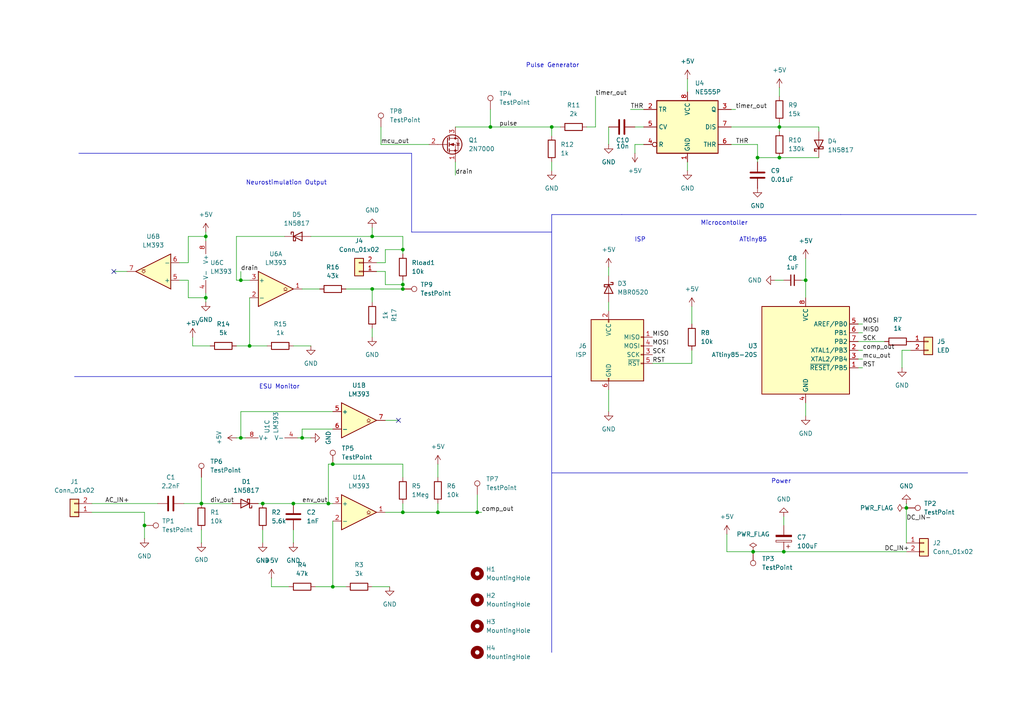
<source format=kicad_sch>
(kicad_sch (version 20250114) (generator "eeschema") (generator_version "9.0")
  (paper "A4")
  (lib_symbols
    (symbol "Comparator:LM393" (pin_names (offset 0.127))
      (property "Reference" "U" (at 3.81 3.81 0))
      (property "Value" "LM393" (at 6.35 -3.81 0))
      (symbol "LM393_1_1"
        (polyline (pts (xy -5.08 5.08) (xy 5.08 0) (xy -5.08 -5.08) (xy -5.08 5.08)) (stroke (width 0.254)) (fill (type background)))
        (polyline (pts (xy 3.302 -0.508) (xy 2.794 -0.508) (xy 3.302 0) (xy 2.794 0.508) (xy 2.286 0) (xy 2.794 -0.508) (xy 2.286 -0.508)) (stroke (width 0.127)))
        (pin input line (at -7.62 2.54 0) (length 2.54) (name "+") (number "3"))
        (pin input line (at -7.62 -2.54 0) (length 2.54) (name "-") (number "2"))
        (pin open_collector line (at 7.62 0 180) (length 2.54) (name "~") (number "1"))
      )
      (symbol "LM393_2_1"
        (polyline (pts (xy -5.08 5.08) (xy 5.08 0) (xy -5.08 -5.08) (xy -5.08 5.08)) (stroke (width 0.254)) (fill (type background)))
        (polyline (pts (xy 3.302 -0.508) (xy 2.794 -0.508) (xy 3.302 0) (xy 2.794 0.508) (xy 2.286 0) (xy 2.794 -0.508) (xy 2.286 -0.508)) (stroke (width 0.127)))
        (pin input line (at -7.62 2.54 0) (length 2.54) (name "+") (number "5"))
        (pin input line (at -7.62 -2.54 0) (length 2.54) (name "-") (number "6"))
        (pin open_collector line (at 7.62 0 180) (length 2.54) (name "~") (number "7"))
      )
      (symbol "LM393_3_1"
        (pin power_in line (at -2.54 7.62 270) (length 3.81) (name "V+") (number "8"))
        (pin power_in line (at -2.54 -7.62 90) (length 3.81) (name "V-") (number "4"))
      )
    )
    (symbol "Connector:AVR-ISP-6" (pin_names (offset 1.016))
      (property "Reference" "J" (at -6.35 11.43 0))
      (property "Value" "AVR-ISP-6" (at 0 11.43 0))
      (symbol "AVR-ISP-6_0_1"
        (rectangle (start -2.667 10.16) (end -2.413 9.398))
        (rectangle (start -2.667 -6.858) (end -2.413 -7.62))
        (rectangle (start 7.62 10.16) (end -7.62 -7.62) (stroke (width 0.254)) (fill (type background)))
        (rectangle (start 7.62 5.207) (end 6.858 4.953))
        (rectangle (start 7.62 2.667) (end 6.858 2.413))
        (rectangle (start 7.62 0.127) (end 6.858 -0.127))
        (rectangle (start 7.62 -2.413) (end 6.858 -2.667))
      )
      (symbol "AVR-ISP-6_1_1"
        (pin passive line (at -2.54 12.7 270) (length 2.54) (name "VCC") (number "2"))
        (pin passive line (at -2.54 -10.16 90) (length 2.54) (name "GND") (number "6"))
        (pin passive line (at 10.16 5.08 180) (length 2.54) (name "MISO") (number "1"))
        (pin passive line (at 10.16 2.54 180) (length 2.54) (name "MOSI") (number "4"))
        (pin passive line (at 10.16 0 180) (length 2.54) (name "SCK") (number "3"))
        (pin passive line (at 10.16 -2.54 180) (length 2.54) (name "~{RST}") (number "5"))
      )
    )
    (symbol "Connector:TestPoint" (pin_numbers (hide yes)) (pin_names (offset 0.762) (hide yes))
      (property "Reference" "TP" (at 0 6.858 0))
      (property "Value" "TestPoint" (at 0 5.08 0))
      (symbol "TestPoint_0_1"
        (circle (center 0 3.302) (radius 0.762))
      )
      (symbol "TestPoint_1_1"
        (pin passive line (at 0 0 90) (length 2.54) (name "1") (number "1"))
      )
    )
    (symbol "Connector_Generic:Conn_01x02" (pin_names (offset 1.016) (hide yes))
      (property "Reference" "J" (at 0 2.54 0))
      (property "Value" "Conn_01x02" (at 0 -5.08 0))
      (symbol "Conn_01x02_1_1"
        (rectangle (start -1.27 1.27) (end 1.27 -3.81) (stroke (width 0.254)) (fill (type background)))
        (rectangle (start -1.27 0.127) (end 0 -0.127) (stroke (width 0.1524)))
        (rectangle (start -1.27 -2.413) (end 0 -2.667) (stroke (width 0.1524)))
        (pin passive line (at -5.08 0 0) (length 3.81) (name "Pin_1") (number "1"))
        (pin passive line (at -5.08 -2.54 0) (length 3.81) (name "Pin_2") (number "2"))
      )
    )
    (symbol "Device:C" (pin_numbers (hide yes)) (pin_names (offset 0.254))
      (property "Reference" "C" (at 0.635 2.54 0))
      (property "Value" "C" (at 0.635 -2.54 0))
      (symbol "C_0_1"
        (polyline (pts (xy -2.032 0.762) (xy 2.032 0.762)) (stroke (width 0.508)))
        (polyline (pts (xy -2.032 -0.762) (xy 2.032 -0.762)) (stroke (width 0.508)))
      )
      (symbol "C_1_1"
        (pin passive line (at 0 3.81 270) (length 2.794) (name "~") (number "1"))
        (pin passive line (at 0 -3.81 90) (length 2.794) (name "~") (number "2"))
      )
    )
    (symbol "Device:C_Polarized" (pin_numbers (hide yes)) (pin_names (offset 0.254))
      (property "Reference" "C" (at 0.635 2.54 0))
      (property "Value" "C_Polarized" (at 0.635 -2.54 0))
      (symbol "C_Polarized_0_1"
        (rectangle (start -2.286 0.508) (end 2.286 1.016))
        (polyline (pts (xy -1.778 2.286) (xy -0.762 2.286)))
        (polyline (pts (xy -1.27 2.794) (xy -1.27 1.778)))
        (rectangle (start 2.286 -0.508) (end -2.286 -1.016) (fill (type outline)))
      )
      (symbol "C_Polarized_1_1"
        (pin passive line (at 0 3.81 270) (length 2.794) (name "~") (number "1"))
        (pin passive line (at 0 -3.81 90) (length 2.794) (name "~") (number "2"))
      )
    )
    (symbol "Device:C_Small" (pin_numbers (hide yes)) (pin_names (offset 0.254) (hide yes))
      (property "Reference" "C" (at 0.254 1.778 0))
      (property "Value" "C_Small" (at 0.254 -2.032 0))
      (symbol "C_Small_0_1"
        (polyline (pts (xy -1.524 0.508) (xy 1.524 0.508)) (stroke (width 0.3048)))
        (polyline (pts (xy -1.524 -0.508) (xy 1.524 -0.508)) (stroke (width 0.3302)))
      )
      (symbol "C_Small_1_1"
        (pin passive line (at 0 2.54 270) (length 2.032) (name "~") (number "1"))
        (pin passive line (at 0 -2.54 90) (length 2.032) (name "~") (number "2"))
      )
    )
    (symbol "Device:R" (pin_numbers (hide yes)) (pin_names (offset 0))
      (property "Reference" "R" (at 2.032 0 90))
      (property "Value" "R" (at 0 0 90))
      (symbol "R_0_1"
        (rectangle (start -1.016 -2.54) (end 1.016 2.54) (stroke (width 0.254)))
      )
      (symbol "R_1_1"
        (pin passive line (at 0 3.81 270) (length 1.27) (name "~") (number "1"))
        (pin passive line (at 0 -3.81 90) (length 1.27) (name "~") (number "2"))
      )
    )
    (symbol "Diode:1N5817" (pin_numbers (hide yes)) (pin_names (offset 1.016) (hide yes))
      (property "Reference" "D" (at 0 2.54 0))
      (property "Value" "1N5817" (at 0 -2.54 0))
      (symbol "1N5817_0_1"
        (polyline (pts (xy -1.905 0.635) (xy -1.905 1.27) (xy -1.27 1.27) (xy -1.27 -1.27) (xy -0.635 -1.27) (xy -0.635 -0.635)) (stroke (width 0.254)))
        (polyline (pts (xy 1.27 1.27) (xy 1.27 -1.27) (xy -1.27 0) (xy 1.27 1.27)) (stroke (width 0.254)))
        (polyline (pts (xy 1.27 0) (xy -1.27 0)))
      )
      (symbol "1N5817_1_1"
        (pin passive line (at -3.81 0 0) (length 2.54) (name "K") (number "1"))
        (pin passive line (at 3.81 0 180) (length 2.54) (name "A") (number "2"))
      )
    )
    (symbol "Diode:MBR0520" (pin_numbers (hide yes)) (pin_names (offset 1.016) (hide yes))
      (property "Reference" "D" (at 0 2.54 0))
      (property "Value" "MBR0520" (at 0 -2.54 0))
      (symbol "MBR0520_0_1"
        (polyline (pts (xy -1.905 0.635) (xy -1.905 1.27) (xy -1.27 1.27) (xy -1.27 -1.27) (xy -0.635 -1.27) (xy -0.635 -0.635)) (stroke (width 0.254)))
        (polyline (pts (xy 1.27 1.27) (xy 1.27 -1.27) (xy -1.27 0) (xy 1.27 1.27)) (stroke (width 0.254)))
        (polyline (pts (xy 1.27 0) (xy -1.27 0)))
      )
      (symbol "MBR0520_1_1"
        (pin passive line (at -3.81 0 0) (length 2.54) (name "K") (number "1"))
        (pin passive line (at 3.81 0 180) (length 2.54) (name "A") (number "2"))
      )
    )
    (symbol "MCU_Microchip_ATtiny:ATtiny85-20S"
      (property "Reference" "U" (at -12.7 13.97 0))
      (property "Value" "ATtiny85-20S" (at 2.54 -13.97 0))
      (symbol "ATtiny85-20S_0_1"
        (rectangle (start -12.7 -12.7) (end 12.7 12.7) (stroke (width 0.254)) (fill (type background)))
      )
      (symbol "ATtiny85-20S_1_1"
        (pin power_in line (at 0 15.24 270) (length 2.54) (name "VCC") (number "8"))
        (pin power_in line (at 0 -15.24 90) (length 2.54) (name "GND") (number "4"))
        (pin bidirectional line (at 15.24 7.62 180) (length 2.54) (name "AREF/PB0") (number "5"))
        (pin bidirectional line (at 15.24 5.08 180) (length 2.54) (name "PB1") (number "6"))
        (pin bidirectional line (at 15.24 2.54 180) (length 2.54) (name "PB2") (number "7"))
        (pin bidirectional line (at 15.24 0 180) (length 2.54) (name "XTAL1/PB3") (number "2"))
        (pin bidirectional line (at 15.24 -2.54 180) (length 2.54) (name "XTAL2/PB4") (number "3"))
        (pin bidirectional line (at 15.24 -5.08 180) (length 2.54) (name "~{RESET}/PB5") (number "1"))
      )
    )
    (symbol "Mechanical:MountingHole" (pin_names (offset 1.016)) (in_bom no)
      (property "Reference" "H" (at 0 5.08 0))
      (property "Value" "MountingHole" (at 0 3.175 0))
      (symbol "MountingHole_0_1"
        (circle (center 0 0) (radius 1.27) (stroke (width 1.27)))
      )
    )
    (symbol "Timer:NE555P"
      (property "Reference" "U" (at -10.16 8.89 0))
      (property "Value" "NE555P" (at 2.54 8.89 0))
      (symbol "NE555P_0_0"
        (pin power_in line (at 0 10.16 270) (length 2.54) (name "VCC") (number "8"))
        (pin power_in line (at 0 -10.16 90) (length 2.54) (name "GND") (number "1"))
      )
      (symbol "NE555P_0_1"
        (rectangle (start -8.89 -7.62) (end 8.89 7.62) (stroke (width 0.254)) (fill (type background)))
        (rectangle (start -8.89 -7.62) (end 8.89 7.62) (stroke (width 0.254)) (fill (type background)))
      )
      (symbol "NE555P_1_1"
        (pin input line (at -12.7 5.08 0) (length 3.81) (name "TR") (number "2"))
        (pin input line (at -12.7 0 0) (length 3.81) (name "CV") (number "5"))
        (pin input inverted (at -12.7 -5.08 0) (length 3.81) (name "R") (number "4"))
        (pin output line (at 12.7 5.08 180) (length 3.81) (name "Q") (number "3"))
        (pin input line (at 12.7 0 180) (length 3.81) (name "DIS") (number "7"))
        (pin input line (at 12.7 -5.08 180) (length 3.81) (name "THR") (number "6"))
      )
    )
    (symbol "Transistor_FET:2N7000" (pin_names (hide yes))
      (property "Reference" "Q" (at 5.08 1.905 0))
      (property "Value" "2N7000" (at 5.08 0 0))
      (symbol "2N7000_0_1"
        (polyline (pts (xy 0.254 1.905) (xy 0.254 -1.905)) (stroke (width 0.254)))
        (polyline (pts (xy 0.254 0) (xy -2.54 0)))
        (polyline (pts (xy 0.762 2.286) (xy 0.762 1.27)) (stroke (width 0.254)))
        (polyline (pts (xy 0.762 0.508) (xy 0.762 -0.508)) (stroke (width 0.254)))
        (polyline (pts (xy 0.762 -1.27) (xy 0.762 -2.286)) (stroke (width 0.254)))
        (polyline (pts (xy 0.762 -1.778) (xy 3.302 -1.778) (xy 3.302 1.778) (xy 0.762 1.778)))
        (polyline (pts (xy 1.016 0) (xy 2.032 0.381) (xy 2.032 -0.381) (xy 1.016 0)) (fill (type outline)))
        (circle (center 1.651 0) (radius 2.794) (stroke (width 0.254)))
        (polyline (pts (xy 2.54 2.54) (xy 2.54 1.778)))
        (circle (center 2.54 1.778) (radius 0.254) (fill (type outline)))
        (circle (center 2.54 -1.778) (radius 0.254) (fill (type outline)))
        (polyline (pts (xy 2.54 -2.54) (xy 2.54 0) (xy 0.762 0)))
        (polyline (pts (xy 2.794 0.508) (xy 2.921 0.381) (xy 3.683 0.381) (xy 3.81 0.254)))
        (polyline (pts (xy 3.302 0.381) (xy 2.921 -0.254) (xy 3.683 -0.254) (xy 3.302 0.381)))
      )
      (symbol "2N7000_1_1"
        (pin input line (at -5.08 0 0) (length 2.54) (name "G") (number "2"))
        (pin passive line (at 2.54 5.08 270) (length 2.54) (name "D") (number "3"))
        (pin passive line (at 2.54 -5.08 90) (length 2.54) (name "S") (number "1"))
      )
    )
    (symbol "power:+5V" (power) (pin_numbers (hide yes)) (pin_names (offset 0) (hide yes))
      (property "Value" "+5V" (at 0 3.556 0))
      (symbol "+5V_0_1"
        (polyline (pts (xy -0.762 1.27) (xy 0 2.54)))
        (polyline (pts (xy 0 2.54) (xy 0.762 1.27)))
        (polyline (pts (xy 0 0) (xy 0 2.54)))
      )
      (symbol "+5V_1_1"
        (pin power_in line (at 0 0 90) (length 0) (name "~") (number "1"))
      )
    )
    (symbol "power:GND" (power) (pin_numbers (hide yes)) (pin_names (offset 0) (hide yes))
      (property "Value" "GND" (at 0 -3.81 0))
      (symbol "GND_0_1"
        (polyline (pts (xy 0 0) (xy 0 -1.27) (xy 1.27 -1.27) (xy 0 -2.54) (xy -1.27 -1.27) (xy 0 -1.27)))
      )
      (symbol "GND_1_1"
        (pin power_in line (at 0 0 270) (length 0) (name "~") (number "1"))
      )
    )
    (symbol "power:PWR_FLAG" (power) (pin_numbers (hide yes)) (pin_names (offset 0) (hide yes))
      (property "Value" "PWR_FLAG" (at 0 3.81 0))
      (symbol "PWR_FLAG_0_0"
        (pin power_out line (at 0 0 90) (length 0) (name "~") (number "1"))
      )
      (symbol "PWR_FLAG_0_1"
        (polyline (pts (xy 0 0) (xy 0 1.27) (xy -1.016 1.905) (xy 0 2.54) (xy 1.016 1.905) (xy 0 1.27)))
      )
    )
  )
  (text "ESU Monitor" (at 81.026 112.268 0) (effects (font (size 1.27 1.27))))
  (text "Pulse Generator" (at 160.274 19.05 0) (effects (font (size 1.27 1.27))))
  (text "Neurostimulation Output" (at 83.058 53.086 0) (effects (font (size 1.27 1.27))))
  (text "Microcontoller" (at 210.058 64.77 0) (effects (font (size 1.27 1.27))))
  (text "ISP" (at 185.674 69.596 0) (effects (font (size 1.27 1.27))))
  (text "Power" (at 226.568 139.7 0) (effects (font (size 1.27 1.27))))
  (text "ATtiny85" (at 218.44 69.596 0) (effects (font (size 1.27 1.27))))
  (junction (at 127 148.59))
  (junction (at 76.2 146.05))
  (junction (at 138.43 148.59))
  (junction (at 87.63 127))
  (junction (at 59.69 68.58))
  (junction (at 226.06 45.72))
  (junction (at 85.09 146.05))
  (junction (at 227.33 160.02))
  (junction (at 160.02 36.83))
  (junction (at 58.42 146.05))
  (junction (at 116.84 72.39))
  (junction (at 69.85 127))
  (junction (at 96.52 170.18))
  (junction (at 107.95 68.58))
  (junction (at 59.69 86.36))
  (junction (at 96.52 134.62))
  (junction (at 107.95 83.82))
  (junction (at 72.39 100.33))
  (junction (at 41.91 152.4))
  (junction (at 116.84 82.55))
  (junction (at 226.06 36.83))
  (junction (at 219.71 45.72))
  (junction (at 218.44 160.02))
  (junction (at 95.25 146.05))
  (junction (at 69.85 81.28))
  (junction (at 116.84 83.82))
  (junction (at 116.84 148.59))
  (junction (at 142.24 36.83))
  (junction (at 233.68 81.28))
  (junction (at 262.89 147.32))
  (no_connect (at 33.02 78.74))
  (no_connect (at 115.57 121.92))
  (wire (pts (xy 107.95 87.63) (xy 107.95 83.82)))
  (wire (pts (xy 116.84 68.58) (xy 116.84 72.39)))
  (wire (pts (xy 54.61 76.2) (xy 54.61 68.58)))
  (wire (pts (xy 33.02 78.74) (xy 36.83 78.74)))
  (wire (pts (xy 111.76 76.2) (xy 111.76 72.39)))
  (wire (pts (xy 189.23 105.41) (xy 200.66 105.41)))
  (wire (pts (xy 116.84 148.59) (xy 127 148.59)))
  (wire (pts (xy 127 148.59) (xy 138.43 148.59)))
  (wire (pts (xy 212.09 41.91) (xy 219.71 41.91)))
  (wire (pts (xy 58.42 146.05) (xy 67.31 146.05)))
  (polyline (pts (xy 160.02 109.22) (xy 160.02 189.23)))
  (wire (pts (xy 227.33 160.02) (xy 262.89 160.02)))
  (wire (pts (xy 96.52 170.18) (xy 100.33 170.18)))
  (wire (pts (xy 233.68 74.93) (xy 233.68 81.28)))
  (wire (pts (xy 85.09 153.67) (xy 85.09 157.48)))
  (wire (pts (xy 72.39 100.33) (xy 77.47 100.33)))
  (polyline (pts (xy 119.38 67.31) (xy 119.38 44.45)))
  (wire (pts (xy 52.07 81.28) (xy 54.61 81.28)))
  (wire (pts (xy 127 146.05) (xy 127 148.59)))
  (polyline (pts (xy 160.02 67.31) (xy 119.38 67.31)))
  (wire (pts (xy 227.33 149.86) (xy 227.33 152.4)))
  (wire (pts (xy 54.61 86.36) (xy 59.69 86.36)))
  (wire (pts (xy 87.63 124.46) (xy 87.63 127)))
  (wire (pts (xy 200.66 105.41) (xy 200.66 101.6)))
  (wire (pts (xy 107.95 170.18) (xy 113.03 170.18)))
  (wire (pts (xy 250.19 104.14) (xy 248.92 104.14)))
  (polyline (pts (xy 180.34 62.23) (xy 160.02 62.23)))
  (wire (pts (xy 219.71 45.72) (xy 226.06 45.72)))
  (wire (pts (xy 212.09 31.75) (xy 213.36 31.75)))
  (wire (pts (xy 160.02 36.83) (xy 160.02 39.37)))
  (wire (pts (xy 232.41 81.28) (xy 233.68 81.28)))
  (wire (pts (xy 41.91 148.59) (xy 41.91 152.4)))
  (wire (pts (xy 59.69 85.09) (xy 59.69 86.36)))
  (wire (pts (xy 69.85 81.28) (xy 72.39 81.28)))
  (wire (pts (xy 111.76 82.55) (xy 116.84 82.55)))
  (wire (pts (xy 55.88 100.33) (xy 60.96 100.33)))
  (wire (pts (xy 58.42 153.67) (xy 58.42 157.48)))
  (wire (pts (xy 68.58 127) (xy 69.85 127)))
  (wire (pts (xy 218.44 160.02) (xy 227.33 160.02)))
  (polyline (pts (xy 180.34 62.23) (xy 243.84 62.23)))
  (wire (pts (xy 248.92 93.98) (xy 250.19 93.98)))
  (wire (pts (xy 59.69 67.31) (xy 59.69 68.58)))
  (wire (pts (xy 111.76 148.59) (xy 116.84 148.59)))
  (wire (pts (xy 58.42 138.43) (xy 58.42 146.05)))
  (wire (pts (xy 248.92 106.68) (xy 250.19 106.68)))
  (wire (pts (xy 68.58 68.58) (xy 82.55 68.58)))
  (wire (pts (xy 69.85 127) (xy 71.12 127)))
  (wire (pts (xy 85.09 146.05) (xy 95.25 146.05)))
  (wire (pts (xy 170.18 36.83) (xy 172.72 36.83)))
  (wire (pts (xy 116.84 134.62) (xy 96.52 134.62)))
  (wire (pts (xy 26.67 148.59) (xy 41.91 148.59)))
  (wire (pts (xy 59.69 68.58) (xy 59.69 69.85)))
  (polyline (pts (xy 160.02 62.23) (xy 160.02 109.22)))
  (wire (pts (xy 262.89 147.32) (xy 262.89 157.48)))
  (wire (pts (xy 107.95 95.25) (xy 107.95 97.79)))
  (wire (pts (xy 68.58 68.58) (xy 68.58 81.28)))
  (wire (pts (xy 226.06 36.83) (xy 237.49 36.83)))
  (wire (pts (xy 96.52 134.62) (xy 95.25 134.62)))
  (wire (pts (xy 59.69 86.36) (xy 59.69 87.63)))
  (wire (pts (xy 160.02 46.99) (xy 160.02 49.53)))
  (wire (pts (xy 90.17 68.58) (xy 107.95 68.58)))
  (wire (pts (xy 69.85 78.74) (xy 69.85 81.28)))
  (wire (pts (xy 111.76 72.39) (xy 116.84 72.39)))
  (wire (pts (xy 233.68 116.84) (xy 233.68 120.65)))
  (wire (pts (xy 85.09 100.33) (xy 90.17 100.33)))
  (wire (pts (xy 262.89 146.05) (xy 262.89 147.32)))
  (wire (pts (xy 210.82 160.02) (xy 218.44 160.02)))
  (polyline (pts (xy 160.02 137.16) (xy 280.67 137.16)))
  (wire (pts (xy 199.39 46.99) (xy 199.39 49.53)))
  (wire (pts (xy 54.61 68.58) (xy 59.69 68.58)))
  (wire (pts (xy 54.61 81.28) (xy 54.61 86.36)))
  (wire (pts (xy 182.88 31.75) (xy 186.69 31.75)))
  (wire (pts (xy 109.22 78.74) (xy 111.76 78.74)))
  (wire (pts (xy 76.2 146.05) (xy 85.09 146.05)))
  (wire (pts (xy 109.22 76.2) (xy 111.76 76.2)))
  (wire (pts (xy 116.84 81.28) (xy 116.84 82.55)))
  (wire (pts (xy 132.08 46.99) (xy 132.08 50.8)))
  (wire (pts (xy 176.53 77.47) (xy 176.53 80.01)))
  (wire (pts (xy 100.33 83.82) (xy 107.95 83.82)))
  (wire (pts (xy 172.72 36.83) (xy 172.72 27.94)))
  (wire (pts (xy 52.07 76.2) (xy 54.61 76.2)))
  (wire (pts (xy 116.84 83.82) (xy 107.95 83.82)))
  (wire (pts (xy 87.63 127) (xy 90.17 127)))
  (wire (pts (xy 264.16 101.6) (xy 261.62 101.6)))
  (wire (pts (xy 116.84 82.55) (xy 116.84 83.82)))
  (wire (pts (xy 68.58 81.28) (xy 69.85 81.28)))
  (wire (pts (xy 91.44 170.18) (xy 96.52 170.18)))
  (wire (pts (xy 219.71 41.91) (xy 219.71 45.72)))
  (wire (pts (xy 111.76 78.74) (xy 111.76 82.55)))
  (wire (pts (xy 226.06 36.83) (xy 226.06 38.1)))
  (wire (pts (xy 96.52 119.38) (xy 69.85 119.38)))
  (wire (pts (xy 26.67 146.05) (xy 45.72 146.05)))
  (wire (pts (xy 176.53 36.83) (xy 176.53 41.91)))
  (wire (pts (xy 233.68 81.28) (xy 233.68 86.36)))
  (wire (pts (xy 74.93 146.05) (xy 76.2 146.05)))
  (wire (pts (xy 226.06 25.4) (xy 226.06 27.94)))
  (wire (pts (xy 261.62 101.6) (xy 261.62 106.68)))
  (wire (pts (xy 69.85 119.38) (xy 69.85 127)))
  (wire (pts (xy 219.71 46.99) (xy 219.71 45.72)))
  (wire (pts (xy 96.52 151.13) (xy 96.52 170.18)))
  (wire (pts (xy 78.74 167.64) (xy 78.74 170.18)))
  (wire (pts (xy 224.79 81.28) (xy 227.33 81.28)))
  (wire (pts (xy 76.2 153.67) (xy 76.2 157.48)))
  (wire (pts (xy 184.15 41.91) (xy 184.15 44.45)))
  (wire (pts (xy 184.15 36.83) (xy 186.69 36.83)))
  (wire (pts (xy 248.92 99.06) (xy 256.54 99.06)))
  (wire (pts (xy 95.25 134.62) (xy 95.25 146.05)))
  (wire (pts (xy 138.43 143.51) (xy 138.43 148.59)))
  (wire (pts (xy 41.91 152.4) (xy 41.91 156.21)))
  (wire (pts (xy 212.09 36.83) (xy 226.06 36.83)))
  (polyline (pts (xy 21.59 109.22) (xy 160.02 109.22)))
  (wire (pts (xy 87.63 83.82) (xy 92.71 83.82)))
  (wire (pts (xy 111.76 121.92) (xy 115.57 121.92)))
  (wire (pts (xy 186.69 41.91) (xy 184.15 41.91)))
  (wire (pts (xy 237.49 36.83) (xy 237.49 38.1)))
  (wire (pts (xy 78.74 170.18) (xy 83.82 170.18)))
  (wire (pts (xy 110.49 41.91) (xy 124.46 41.91)))
  (wire (pts (xy 132.08 36.83) (xy 142.24 36.83)))
  (wire (pts (xy 95.25 146.05) (xy 96.52 146.05)))
  (wire (pts (xy 226.06 35.56) (xy 226.06 36.83)))
  (wire (pts (xy 248.92 101.6) (xy 250.19 101.6)))
  (wire (pts (xy 226.06 45.72) (xy 237.49 45.72)))
  (wire (pts (xy 248.92 96.52) (xy 250.19 96.52)))
  (wire (pts (xy 200.66 88.9) (xy 200.66 93.98)))
  (wire (pts (xy 96.52 124.46) (xy 87.63 124.46)))
  (wire (pts (xy 86.36 127) (xy 87.63 127)))
  (wire (pts (xy 127 134.62) (xy 127 138.43)))
  (wire (pts (xy 116.84 146.05) (xy 116.84 148.59)))
  (polyline (pts (xy 22.86 44.45) (xy 113.03 44.45)))
  (wire (pts (xy 116.84 138.43) (xy 116.84 134.62)))
  (wire (pts (xy 176.53 113.03) (xy 176.53 119.38)))
  (wire (pts (xy 210.82 154.94) (xy 210.82 160.02)))
  (wire (pts (xy 199.39 22.86) (xy 199.39 26.67)))
  (wire (pts (xy 142.24 31.75) (xy 142.24 36.83)))
  (polyline (pts (xy 113.03 44.45) (xy 119.38 44.45)))
  (wire (pts (xy 72.39 86.36) (xy 72.39 100.33)))
  (wire (pts (xy 107.95 66.04) (xy 107.95 68.58)))
  (wire (pts (xy 176.53 87.63) (xy 176.53 90.17)))
  (wire (pts (xy 142.24 36.83) (xy 160.02 36.83)))
  (wire (pts (xy 138.43 148.59) (xy 139.7 148.59)))
  (wire (pts (xy 107.95 68.58) (xy 116.84 68.58)))
  (wire (pts (xy 53.34 146.05) (xy 58.42 146.05)))
  (wire (pts (xy 68.58 100.33) (xy 72.39 100.33)))
  (wire (pts (xy 162.56 36.83) (xy 160.02 36.83)))
  (wire (pts (xy 110.49 36.83) (xy 110.49 41.91)))
  (polyline (pts (xy 243.84 62.23) (xy 283.21 62.23)))
  (wire (pts (xy 55.88 97.79) (xy 55.88 100.33)))
  (wire (pts (xy 116.84 72.39) (xy 116.84 73.66)))
  (label "MISO" (at 250.19 96.52 0))
  (label "MISO" (at 189.23 97.79 0))
  (label "drain" (at 132.08 50.8 0))
  (label "env_out" (at 87.63 146.05 0))
  (label "THR" (at 213.36 41.91 0))
  (label "mcu_out" (at 250.19 104.14 0))
  (label "RST" (at 250.19 106.68 0))
  (label "RST" (at 189.23 105.41 0))
  (label "div_out" (at 60.96 146.05 0))
  (label "AC_IN+" (at 30.48 146.05 0))
  (label "MOSI" (at 189.23 100.33 0))
  (label "SCK" (at 189.23 102.87 0))
  (label "SCK" (at 250.19 99.06 0))
  (label "DC_IN-" (at 262.89 151.13 0))
  (label "mcu_out" (at 110.49 41.91 0))
  (label "pulse" (at 144.78 36.83 0))
  (label "MOSI" (at 250.19 93.98 0))
  (label "timer_out" (at 172.72 27.94 0))
  (label "DC_IN+" (at 256.54 160.02 0))
  (label "comp_out" (at 139.7 148.59 0))
  (label "timer_out" (at 213.36 31.75 0))
  (label "THR" (at 182.88 31.75 0))
  (label "drain" (at 69.85 78.74 0))
  (label "comp_out" (at 250.19 101.6 0))
  (symbol (lib_id "Comparator:LM393") (at 62.23 77.47 0) (unit 3)
    (property "Reference" "U6" (at 60.96 76.1999 0) (effects (justify left)))
    (property "Value" "LM393" (at 60.96 78.7399 0) (effects (justify left)))
    (property "Footprint" "Package_DIP:DIP-8_W7.62mm" (effects (hide yes)))
    (property "Datasheet" "http://www.ti.com/lit/ds/symlink/lm393.pdf" (effects (hide yes)))
    (property "Description" "Low-Power, Low-Offset Voltage, Dual Comparators, DIP-8/SOIC-8/TO-99-8" (effects (hide yes)))
  )
  (symbol (lib_id "Connector:TestPoint") (at 262.89 147.32 270) (unit 1)
    (property "Reference" "TP2" (at 267.97 146.0499 90) (effects (justify left)))
    (property "Value" "TestPoint" (at 267.97 148.5899 90) (effects (justify left)))
    (property "Footprint" "TestPoint:TestPoint_Pad_D1.5mm" (effects (hide yes)))
    (property "Description" "test point" (effects (hide yes)))
  )
  (symbol (lib_id "power:PWR_FLAG") (at 262.89 147.32 90) (unit 1)
    (property "Reference" "#FLG04" (effects (hide yes)))
    (property "Value" "PWR_FLAG" (at 259.08 147.3199 90) (effects (justify left)))
    (property "Description" "Special symbol for telling ERC where power comes from" (effects (hide yes)))
  )
  (symbol (lib_id "power:+5V") (at 55.88 97.79 0) (unit 1)
    (property "Reference" "#PWR026" (effects (hide yes)))
    (property "Value" "+5V" (at 55.88 93.726 0))
    (property "Description" "Power symbol creates a global label with name \"+5V\"" (effects (hide yes)))
  )
  (symbol (lib_id "Diode:1N5817") (at 237.49 41.91 90) (unit 1)
    (property "Reference" "D4" (at 240.03 40.9574 90) (effects (justify right)))
    (property "Value" "1N5817" (at 240.03 43.4974 90) (effects (justify right)))
    (property "Footprint" "Diode_THT:D_DO-41_SOD81_P10.16mm_Horizontal" (effects (hide yes)))
    (property "Datasheet" "http://www.vishay.com/docs/88525/1n5817.pdf" (effects (hide yes)))
    (property "Description" "20V 1A Schottky Barrier Rectifier Diode, DO-41" (effects (hide yes)))
  )
  (symbol (lib_id "power:GND") (at 233.68 120.65 0) (unit 1)
    (property "Reference" "#PWR010" (effects (hide yes)))
    (property "Value" "GND" (at 233.68 125.73 0))
    (property "Description" "Power symbol creates a global label with name \"GND\" , ground" (effects (hide yes)))
  )
  (symbol (lib_id "power:GND") (at 219.71 54.61 0) (unit 1)
    (property "Reference" "#PWR018" (effects (hide yes)))
    (property "Value" "GND" (at 219.71 59.69 0))
    (property "Description" "Power symbol creates a global label with name \"GND\" , ground" (effects (hide yes)))
  )
  (symbol (lib_id "power:PWR_FLAG") (at 218.44 160.02 0) (unit 1)
    (property "Reference" "#FLG03" (effects (hide yes)))
    (property "Value" "PWR_FLAG" (at 218.44 154.94 0))
    (property "Description" "Special symbol for telling ERC where power comes from" (effects (hide yes)))
  )
  (symbol (lib_id "Device:C") (at 49.53 146.05 90) (unit 1)
    (property "Reference" "C1" (at 49.53 138.43 90))
    (property "Value" "2.2nF" (at 49.53 140.97 90))
    (property "Footprint" "Capacitor_THT:C_Disc_D4.7mm_W2.5mm_P5.00mm" (effects (hide yes)))
    (property "Description" "Unpolarized capacitor" (effects (hide yes)))
  )
  (symbol (lib_id "Diode:1N5817") (at 71.12 146.05 180) (unit 1)
    (property "Reference" "D1" (at 71.4375 139.7 0))
    (property "Value" "1N5817" (at 71.4375 142.24 0))
    (property "Footprint" "Diode_THT:D_DO-41_SOD81_P10.16mm_Horizontal" (effects (hide yes)))
    (property "Datasheet" "http://www.vishay.com/docs/88525/1n5817.pdf" (effects (hide yes)))
    (property "Description" "20V 1A Schottky Barrier Rectifier Diode, DO-41" (effects (hide yes)))
  )
  (symbol (lib_id "Device:R") (at 96.52 83.82 90) (unit 1)
    (property "Reference" "R16" (at 96.52 77.47 90))
    (property "Value" "43k" (at 96.52 80.01 90))
    (property "Footprint" "Resistor_THT:R_Axial_DIN0207_L6.3mm_D2.5mm_P10.16mm_Horizontal" (effects (hide yes)))
    (property "Description" "Resistor" (effects (hide yes)))
  )
  (symbol (lib_id "Device:C") (at 85.09 149.86 0) (unit 1)
    (property "Reference" "C2" (at 88.9 148.5899 0) (effects (justify left)))
    (property "Value" "1nF" (at 88.9 151.1299 0) (effects (justify left)))
    (property "Footprint" "Capacitor_THT:C_Disc_D4.7mm_W2.5mm_P5.00mm" (effects (hide yes)))
    (property "Description" "Unpolarized capacitor" (effects (hide yes)))
  )
  (symbol (lib_id "Device:R") (at 81.28 100.33 90) (unit 1)
    (property "Reference" "R15" (at 81.28 93.98 90))
    (property "Value" "1k" (at 81.28 96.52 90))
    (property "Footprint" "Resistor_THT:R_Axial_DIN0207_L6.3mm_D2.5mm_P10.16mm_Horizontal" (effects (hide yes)))
    (property "Description" "Resistor" (effects (hide yes)))
  )
  (symbol (lib_id "Connector_Generic:Conn_01x02") (at 267.97 157.48 0) (unit 1)
    (property "Reference" "J2" (at 270.51 157.4799 0) (effects (justify left)))
    (property "Value" "Conn_01x02" (at 270.51 160.0199 0) (effects (justify left)))
    (property "Footprint" "Connector_PinHeader_2.54mm:PinHeader_1x02_P2.54mm_Vertical" (effects (hide yes)))
    (property "Description" "Generic connector, single row, 01x02, script generated (kicad-library-utils/schlib/autogen/connector/)" (effects (hide yes)))
  )
  (symbol (lib_id "power:+5V") (at 59.69 67.31 0) (unit 1)
    (property "Reference" "#PWR024" (effects (hide yes)))
    (property "Value" "+5V" (at 59.69 62.23 0))
    (property "Description" "Power symbol creates a global label with name \"+5V\"" (effects (hide yes)))
  )
  (symbol (lib_id "power:GND") (at 176.53 41.91 0) (unit 1)
    (property "Reference" "#PWR030" (effects (hide yes)))
    (property "Value" "GND" (at 176.53 46.99 0))
    (property "Description" "Power symbol creates a global label with name \"GND\" , ground" (effects (hide yes)))
  )
  (symbol (lib_id "Device:R") (at 160.02 43.18 180) (unit 1)
    (property "Reference" "R12" (at 162.56 41.9099 0) (effects (justify right)))
    (property "Value" "1k" (at 162.56 44.4499 0) (effects (justify right)))
    (property "Footprint" "Resistor_THT:R_Axial_DIN0207_L6.3mm_D2.5mm_P10.16mm_Horizontal" (effects (hide yes)))
    (property "Description" "Resistor" (effects (hide yes)))
  )
  (symbol (lib_id "Mechanical:MountingHole") (at 138.43 166.37 0) (unit 1) (in_bom no)
    (property "Reference" "H1" (at 140.97 165.0999 0) (effects (justify left)))
    (property "Value" "MountingHole" (at 140.97 167.6399 0) (effects (justify left)))
    (property "Footprint" "MountingHole:MountingHole_3.2mm_M3" (effects (hide yes)))
    (property "Description" "Mounting Hole without connection" (effects (hide yes)))
  )
  (symbol (lib_id "Comparator:LM393") (at 44.45 78.74 180) (unit 2)
    (property "Reference" "U6" (at 44.45 68.58 0))
    (property "Value" "LM393" (at 44.45 71.12 0))
    (property "Footprint" "Package_DIP:DIP-8_W7.62mm" (effects (hide yes)))
    (property "Datasheet" "http://www.ti.com/lit/ds/symlink/lm393.pdf" (effects (hide yes)))
    (property "Description" "Low-Power, Low-Offset Voltage, Dual Comparators, DIP-8/SOIC-8/TO-99-8" (effects (hide yes)))
  )
  (symbol (lib_id "power:GND") (at 199.39 49.53 0) (unit 1)
    (property "Reference" "#PWR013" (effects (hide yes)))
    (property "Value" "GND" (at 199.39 54.61 0))
    (property "Description" "Power symbol creates a global label with name \"GND\" , ground" (effects (hide yes)))
  )
  (symbol (lib_id "Connector:TestPoint") (at 142.24 31.75 0) (unit 1)
    (property "Reference" "TP4" (at 144.78 27.1779 0) (effects (justify left)))
    (property "Value" "TestPoint" (at 144.78 29.7179 0) (effects (justify left)))
    (property "Footprint" "TestPoint:TestPoint_Pad_D1.5mm" (effects (hide yes)))
    (property "Description" "test point" (effects (hide yes)))
  )
  (symbol (lib_id "Comparator:LM393") (at 104.14 121.92 0) (unit 2)
    (property "Reference" "U1" (at 104.14 111.76 0))
    (property "Value" "LM393" (at 104.14 114.3 0))
    (property "Footprint" "Package_DIP:DIP-8_W7.62mm" (effects (hide yes)))
    (property "Datasheet" "http://www.ti.com/lit/ds/symlink/lm393.pdf" (effects (hide yes)))
    (property "Description" "Low-Power, Low-Offset Voltage, Dual Comparators, DIP-8/SOIC-8/TO-99-8" (effects (hide yes)))
  )
  (symbol (lib_id "power:+5V") (at 78.74 167.64 0) (unit 1)
    (property "Reference" "#PWR032" (effects (hide yes)))
    (property "Value" "+5V" (at 78.74 162.56 0))
    (property "Description" "Power symbol creates a global label with name \"+5V\"" (effects (hide yes)))
  )
  (symbol (lib_id "power:GND") (at 41.91 156.21 0) (unit 1)
    (property "Reference" "#PWR01" (effects (hide yes)))
    (property "Value" "GND" (at 41.91 161.29 0))
    (property "Description" "Power symbol creates a global label with name \"GND\" , ground" (effects (hide yes)))
  )
  (symbol (lib_id "Connector_Generic:Conn_01x02") (at 21.59 148.59 180) (unit 1)
    (property "Reference" "J1" (at 21.59 139.7 0))
    (property "Value" "Conn_01x02" (at 21.59 142.24 0))
    (property "Footprint" "Connector_PinHeader_2.54mm:PinHeader_1x02_P2.54mm_Vertical" (effects (hide yes)))
    (property "Description" "Generic connector, single row, 01x02, script generated (kicad-library-utils/schlib/autogen/connector/)" (effects (hide yes)))
  )
  (symbol (lib_id "power:GND") (at 113.03 170.18 0) (unit 1)
    (property "Reference" "#PWR07" (effects (hide yes)))
    (property "Value" "GND" (at 113.03 175.26 0))
    (property "Description" "Power symbol creates a global label with name \"GND\" , ground" (effects (hide yes)))
  )
  (symbol (lib_id "power:GND") (at 160.02 49.53 0) (unit 1)
    (property "Reference" "#PWR020" (effects (hide yes)))
    (property "Value" "GND" (at 160.02 54.61 0))
    (property "Description" "Power symbol creates a global label with name \"GND\" , ground" (effects (hide yes)))
  )
  (symbol (lib_id "Connector:TestPoint") (at 96.52 134.62 0) (unit 1)
    (property "Reference" "TP5" (at 99.06 130.0479 0) (effects (justify left)))
    (property "Value" "TestPoint" (at 99.06 132.5879 0) (effects (justify left)))
    (property "Footprint" "TestPoint:TestPoint_Pad_D1.5mm" (effects (hide yes)))
    (property "Description" "test point" (effects (hide yes)))
  )
  (symbol (lib_id "power:+5V") (at 233.68 74.93 0) (unit 1)
    (property "Reference" "#PWR09" (effects (hide yes)))
    (property "Value" "+5V" (at 233.68 69.85 0))
    (property "Description" "Power symbol creates a global label with name \"+5V\"" (effects (hide yes)))
  )
  (symbol (lib_id "Device:R") (at 226.06 41.91 0) (unit 1)
    (property "Reference" "R10" (at 228.6 40.6399 0) (effects (justify left)))
    (property "Value" "130k" (at 228.6 43.1799 0) (effects (justify left)))
    (property "Footprint" "Resistor_THT:R_Axial_DIN0207_L6.3mm_D2.5mm_P10.16mm_Horizontal" (effects (hide yes)))
    (property "Description" "Resistor" (effects (hide yes)))
  )
  (symbol (lib_id "power:GND") (at 107.95 97.79 0) (unit 1)
    (property "Reference" "#PWR028" (effects (hide yes)))
    (property "Value" "GND" (at 107.95 102.87 0))
    (property "Description" "Power symbol creates a global label with name \"GND\" , ground" (effects (hide yes)))
  )
  (symbol (lib_id "power:+5V") (at 199.39 22.86 0) (unit 1)
    (property "Reference" "#PWR014" (effects (hide yes)))
    (property "Value" "+5V" (at 199.39 17.78 0))
    (property "Description" "Power symbol creates a global label with name \"+5V\"" (effects (hide yes)))
  )
  (symbol (lib_id "Device:R") (at 107.95 91.44 0) (unit 1)
    (property "Reference" "R17" (at 114.3 91.44 90))
    (property "Value" "1k" (at 111.76 91.44 90))
    (property "Footprint" "Resistor_THT:R_Axial_DIN0207_L6.3mm_D2.5mm_P10.16mm_Horizontal" (effects (hide yes)))
    (property "Description" "Resistor" (effects (hide yes)))
  )
  (symbol (lib_id "Mechanical:MountingHole") (at 138.43 173.99 0) (unit 1) (in_bom no)
    (property "Reference" "H2" (at 140.97 172.7199 0) (effects (justify left)))
    (property "Value" "MountingHole" (at 140.97 175.2599 0) (effects (justify left)))
    (property "Footprint" "MountingHole:MountingHole_3.2mm_M3" (effects (hide yes)))
    (property "Description" "Mounting Hole without connection" (effects (hide yes)))
  )
  (symbol (lib_id "power:GND") (at 58.42 157.48 0) (unit 1)
    (property "Reference" "#PWR03" (effects (hide yes)))
    (property "Value" "GND" (at 58.42 162.3302 0))
    (property "Description" "Power symbol creates a global label with name \"GND\" , ground" (effects (hide yes)))
  )
  (symbol (lib_id "Device:R") (at 64.77 100.33 90) (unit 1)
    (property "Reference" "R14" (at 64.77 93.98 90))
    (property "Value" "5k" (at 64.77 96.52 90))
    (property "Footprint" "Resistor_THT:R_Axial_DIN0207_L6.3mm_D2.5mm_P10.16mm_Horizontal" (effects (hide yes)))
    (property "Description" "Resistor" (effects (hide yes)))
  )
  (symbol (lib_id "Device:R") (at 87.63 170.18 90) (unit 1)
    (property "Reference" "R4" (at 87.63 163.83 90))
    (property "Value" "47k" (at 87.63 166.37 90))
    (property "Footprint" "Resistor_THT:R_Axial_DIN0207_L6.3mm_D2.5mm_P10.16mm_Horizontal" (effects (hide yes)))
    (property "Description" "Resistor" (effects (hide yes)))
  )
  (symbol (lib_id "power:GND") (at 261.62 106.68 0) (unit 1)
    (property "Reference" "#PWR012" (effects (hide yes)))
    (property "Value" "GND" (at 261.62 111.76 0))
    (property "Description" "Power symbol creates a global label with name \"GND\" , ground" (effects (hide yes)))
  )
  (symbol (lib_id "Device:R") (at 200.66 97.79 0) (unit 1)
    (property "Reference" "R8" (at 203.2 96.5199 0) (effects (justify left)))
    (property "Value" "10k" (at 203.2 99.0599 0) (effects (justify left)))
    (property "Footprint" "Resistor_THT:R_Axial_DIN0207_L6.3mm_D2.5mm_P10.16mm_Horizontal" (effects (hide yes)))
    (property "Description" "Resistor" (effects (hide yes)))
  )
  (symbol (lib_id "Device:C") (at 219.71 50.8 0) (unit 1)
    (property "Reference" "C9" (at 223.52 49.5299 0) (effects (justify left)))
    (property "Value" "0.01uF" (at 223.52 52.0699 0) (effects (justify left)))
    (property "Footprint" "Capacitor_THT:C_Disc_D4.7mm_W2.5mm_P5.00mm" (effects (hide yes)))
    (property "Description" "Unpolarized capacitor" (effects (hide yes)))
  )
  (symbol (lib_id "power:GND") (at 176.53 119.38 0) (unit 1)
    (property "Reference" "#PWR015" (effects (hide yes)))
    (property "Value" "GND" (at 176.53 124.46 0))
    (property "Description" "Power symbol creates a global label with name \"GND\" , ground" (effects (hide yes)))
  )
  (symbol (lib_id "power:+5V") (at 210.82 154.94 0) (unit 1)
    (property "Reference" "#PWR05" (effects (hide yes)))
    (property "Value" "+5V" (at 210.82 149.86 0))
    (property "Description" "Power symbol creates a global label with name \"+5V\"" (effects (hide yes)))
  )
  (symbol (lib_id "power:GND") (at 262.89 146.05 180) (unit 1)
    (property "Reference" "#PWR02" (effects (hide yes)))
    (property "Value" "GND" (at 262.89 140.97 0))
    (property "Description" "Power symbol creates a global label with name \"GND\" , ground" (effects (hide yes)))
  )
  (symbol (lib_id "power:GND") (at 90.17 127 90) (unit 1)
    (property "Reference" "#PWR031" (effects (hide yes)))
    (property "Value" "GND" (at 95.25 127 0))
    (property "Description" "Power symbol creates a global label with name \"GND\" , ground" (effects (hide yes)))
  )
  (symbol (lib_id "power:GND") (at 227.33 149.86 180) (unit 1)
    (property "Reference" "#PWR04" (effects (hide yes)))
    (property "Value" "GND" (at 227.33 144.78 0))
    (property "Description" "Power symbol creates a global label with name \"GND\" , ground" (effects (hide yes)))
  )
  (symbol (lib_id "Connector_Generic:Conn_01x02") (at 269.24 99.06 0) (unit 1)
    (property "Reference" "J5" (at 271.78 99.0599 0) (effects (justify left)))
    (property "Value" "LED" (at 271.78 101.5999 0) (effects (justify left)))
    (property "Footprint" "Connector_Molex:Molex_KK-254_AE-6410-02A_1x02_P2.54mm_Vertical" (effects (hide yes)))
    (property "Description" "Generic connector, single row, 01x02, script generated (kicad-library-utils/schlib/autogen/connector/)" (effects (hide yes)))
  )
  (symbol (lib_id "Connector:TestPoint") (at 218.44 160.02 180) (unit 1)
    (property "Reference" "TP3" (at 220.98 162.0519 0) (effects (justify right)))
    (property "Value" "TestPoint" (at 220.98 164.5919 0) (effects (justify right)))
    (property "Footprint" "TestPoint:TestPoint_Pad_D1.5mm" (effects (hide yes)))
    (property "Description" "test point" (effects (hide yes)))
  )
  (symbol (lib_id "power:GND") (at 59.69 87.63 0) (unit 1)
    (property "Reference" "#PWR025" (effects (hide yes)))
    (property "Value" "GND" (at 59.69 92.71 0))
    (property "Description" "Power symbol creates a global label with name \"GND\" , ground" (effects (hide yes)))
  )
  (symbol (lib_id "power:GND") (at 90.17 100.33 0) (unit 1)
    (property "Reference" "#PWR027" (effects (hide yes)))
    (property "Value" "GND" (at 90.17 105.41 0))
    (property "Description" "Power symbol creates a global label with name \"GND\" , ground" (effects (hide yes)))
  )
  (symbol (lib_id "Comparator:LM393") (at 80.01 83.82 0) (unit 1)
    (property "Reference" "U6" (at 80.01 73.66 0))
    (property "Value" "LM393" (at 80.01 76.2 0))
    (property "Footprint" "Package_DIP:DIP-8_W7.62mm" (effects (hide yes)))
    (property "Datasheet" "http://www.ti.com/lit/ds/symlink/lm393.pdf" (effects (hide yes)))
    (property "Description" "Low-Power, Low-Offset Voltage, Dual Comparators, DIP-8/SOIC-8/TO-99-8" (effects (hide yes)))
  )
  (symbol (lib_id "Device:R") (at 166.37 36.83 90) (unit 1)
    (property "Reference" "R11" (at 166.37 30.48 90))
    (property "Value" "2k" (at 166.37 33.02 90))
    (property "Footprint" "Resistor_THT:R_Axial_DIN0207_L6.3mm_D2.5mm_P10.16mm_Horizontal" (effects (hide yes)))
    (property "Description" "Resistor" (effects (hide yes)))
  )
  (symbol (lib_id "Connector_Generic:Conn_01x02") (at 104.14 78.74 180) (unit 1)
    (property "Reference" "J4" (at 104.14 69.85 0))
    (property "Value" "Conn_01x02" (at 104.14 72.39 0))
    (property "Footprint" "Connector_PinHeader_2.54mm:PinHeader_1x02_P2.54mm_Vertical" (effects (hide yes)))
    (property "Description" "Generic connector, single row, 01x02, script generated (kicad-library-utils/schlib/autogen/connector/)" (effects (hide yes)))
  )
  (symbol (lib_id "Transistor_FET:2N7000") (at 129.54 41.91 0) (unit 1)
    (property "Reference" "Q1" (at 135.89 40.6399 0) (effects (justify left)))
    (property "Value" "2N7000" (at 135.89 43.1799 0) (effects (justify left)))
    (property "Footprint" "Package_TO_SOT_THT:TO-92_Inline" (effects (hide yes)))
    (property "Datasheet" "https://www.vishay.com/docs/70226/70226.pdf" (effects (hide yes)))
    (property "Description" "0.2A Id, 200V Vds, N-Channel MOSFET, 2.6V Logic Level, TO-92" (effects (hide yes)))
  )
  (symbol (lib_id "Device:R") (at 116.84 77.47 0) (unit 1)
    (property "Reference" "Rload1" (at 119.38 76.1999 0) (effects (justify left)))
    (property "Value" "10k" (at 119.38 78.7399 0) (effects (justify left)))
    (property "Footprint" "Resistor_THT:R_Axial_DIN0207_L6.3mm_D2.5mm_P10.16mm_Horizontal" (effects (hide yes)))
    (property "Description" "Resistor" (effects (hide yes)))
  )
  (symbol (lib_id "Connector:TestPoint") (at 58.42 138.43 0) (unit 1)
    (property "Reference" "TP6" (at 60.96 133.8579 0) (effects (justify left)))
    (property "Value" "TestPoint" (at 60.96 136.3979 0) (effects (justify left)))
    (property "Footprint" "TestPoint:TestPoint_Pad_D1.5mm" (effects (hide yes)))
    (property "Description" "test point" (effects (hide yes)))
  )
  (symbol (lib_id "Device:R") (at 76.2 149.86 0) (unit 1)
    (property "Reference" "R2" (at 78.74 148.5899 0) (effects (justify left)))
    (property "Value" "5.6k" (at 78.74 151.1299 0) (effects (justify left)))
    (property "Footprint" "Resistor_THT:R_Axial_DIN0207_L6.3mm_D2.5mm_P10.16mm_Horizontal" (effects (hide yes)))
    (property "Description" "Resistor" (effects (hide yes)))
  )
  (symbol (lib_id "power:+5V") (at 200.66 88.9 0) (unit 1)
    (property "Reference" "#PWR016" (effects (hide yes)))
    (property "Value" "+5V" (at 200.66 83.82 0))
    (property "Description" "Power symbol creates a global label with name \"+5V\"" (effects (hide yes)))
  )
  (symbol (lib_id "Device:C_Small") (at 229.87 81.28 90) (unit 1)
    (property "Reference" "C8" (at 229.8763 74.93 90))
    (property "Value" "1uF" (at 229.8763 77.47 90))
    (property "Footprint" "Capacitor_THT:C_Disc_D4.7mm_W2.5mm_P5.00mm" (effects (hide yes)))
    (property "Description" "Unpolarized capacitor, small symbol" (effects (hide yes)))
  )
  (symbol (lib_id "power:+5V") (at 226.06 25.4 0) (unit 1)
    (property "Reference" "#PWR017" (effects (hide yes)))
    (property "Value" "+5V" (at 226.06 20.32 0))
    (property "Description" "Power symbol creates a global label with name \"+5V\"" (effects (hide yes)))
  )
  (symbol (lib_id "Device:R") (at 226.06 31.75 0) (unit 1)
    (property "Reference" "R9" (at 228.6 30.4799 0) (effects (justify left)))
    (property "Value" "15k" (at 228.6 33.0199 0) (effects (justify left)))
    (property "Footprint" "Resistor_THT:R_Axial_DIN0207_L6.3mm_D2.5mm_P10.16mm_Horizontal" (effects (hide yes)))
    (property "Description" "Resistor" (effects (hide yes)))
  )
  (symbol (lib_id "power:+5V") (at 184.15 44.45 180) (unit 1)
    (property "Reference" "#PWR019" (effects (hide yes)))
    (property "Value" "+5V" (at 184.15 49.53 0))
    (property "Description" "Power symbol creates a global label with name \"+5V\"" (effects (hide yes)))
  )
  (symbol (lib_id "power:GND") (at 85.09 157.48 0) (unit 1)
    (property "Reference" "#PWR035" (effects (hide yes)))
    (property "Value" "GND" (at 85.09 162.56 0))
    (property "Description" "Power symbol creates a global label with name \"GND\" , ground" (effects (hide yes)))
  )
  (symbol (lib_id "Connector:TestPoint") (at 110.49 36.83 0) (unit 1)
    (property "Reference" "TP8" (at 113.03 32.2579 0) (effects (justify left)))
    (property "Value" "TestPoint" (at 113.03 34.7979 0) (effects (justify left)))
    (property "Footprint" "TestPoint:TestPoint_Pad_D1.5mm" (effects (hide yes)))
    (property "Description" "test point" (effects (hide yes)))
  )
  (symbol (lib_id "Diode:1N5817") (at 86.36 68.58 0) (unit 1)
    (property "Reference" "D5" (at 86.0425 62.23 0))
    (property "Value" "1N5817" (at 86.0425 64.77 0))
    (property "Footprint" "Diode_THT:D_DO-41_SOD81_P10.16mm_Horizontal" (effects (hide yes)))
    (property "Datasheet" "http://www.vishay.com/docs/88525/1n5817.pdf" (effects (hide yes)))
    (property "Description" "20V 1A Schottky Barrier Rectifier Diode, DO-41" (effects (hide yes)))
  )
  (symbol (lib_id "Device:R") (at 58.42 149.86 0) (unit 1)
    (property "Reference" "R1" (at 60.96 148.5899 0) (effects (justify left)))
    (property "Value" "10k" (at 60.96 151.1299 0) (effects (justify left)))
    (property "Footprint" "Resistor_THT:R_Axial_DIN0207_L6.3mm_D2.5mm_P10.16mm_Horizontal" (effects (hide yes)))
    (property "Description" "Resistor" (effects (hide yes)))
  )
  (symbol (lib_id "power:+5V") (at 176.53 77.47 0) (unit 1)
    (property "Reference" "#PWR011" (effects (hide yes)))
    (property "Value" "+5V" (at 176.53 72.39 0))
    (property "Description" "Power symbol creates a global label with name \"+5V\"" (effects (hide yes)))
  )
  (symbol (lib_id "Device:C") (at 180.34 36.83 90) (unit 1)
    (property "Reference" "C10" (at 180.594 40.64 90))
    (property "Value" "10n" (at 180.594 42.418 90))
    (property "Footprint" "Capacitor_THT:C_Disc_D4.7mm_W2.5mm_P5.00mm" (effects (hide yes)))
    (property "Description" "Unpolarized capacitor" (effects (hide yes)))
  )
  (symbol (lib_id "Mechanical:MountingHole") (at 138.43 181.61 0) (unit 1) (in_bom no)
    (property "Reference" "H3" (at 140.97 180.3399 0) (effects (justify left)))
    (property "Value" "MountingHole" (at 140.97 182.8799 0) (effects (justify left)))
    (property "Footprint" "MountingHole:MountingHole_3.2mm_M3" (effects (hide yes)))
    (property "Description" "Mounting Hole without connection" (effects (hide yes)))
  )
  (symbol (lib_id "Device:R") (at 116.84 142.24 0) (unit 1)
    (property "Reference" "R5" (at 119.38 140.9699 0) (effects (justify left)))
    (property "Value" "1Meg" (at 119.38 143.5099 0) (effects (justify left)))
    (property "Footprint" "Resistor_THT:R_Axial_DIN0207_L6.3mm_D2.5mm_P10.16mm_Horizontal" (effects (hide yes)))
    (property "Description" "Resistor" (effects (hide yes)))
  )
  (symbol (lib_id "Comparator:LM393") (at 78.74 124.46 90) (unit 3)
    (property "Reference" "U1" (at 77.4699 125.73 0) (effects (justify left)))
    (property "Value" "LM393" (at 80.0099 125.73 0) (effects (justify left)))
    (property "Footprint" "Package_DIP:DIP-8_W7.62mm" (effects (hide yes)))
    (property "Datasheet" "http://www.ti.com/lit/ds/symlink/lm393.pdf" (effects (hide yes)))
    (property "Description" "Low-Power, Low-Offset Voltage, Dual Comparators, DIP-8/SOIC-8/TO-99-8" (effects (hide yes)))
  )
  (symbol (lib_id "Timer:NE555P") (at 199.39 36.83 0) (unit 1)
    (property "Reference" "U4" (at 201.5333 24.13 0) (effects (justify left)))
    (property "Value" "NE555P" (at 201.5333 26.67 0) (effects (justify left)))
    (property "Footprint" "Package_DIP:DIP-8_W7.62mm" (effects (hide yes)))
    (property "Datasheet" "http://www.ti.com/lit/ds/symlink/ne555.pdf" (effects (hide yes)))
    (property "Description" "Precision Timers, 555 compatible,  PDIP-8" (effects (hide yes)))
  )
  (symbol (lib_id "Connector:TestPoint") (at 41.91 152.4 270) (unit 1)
    (property "Reference" "TP1" (at 46.99 151.1299 90) (effects (justify left)))
    (property "Value" "TestPoint" (at 46.99 153.6699 90) (effects (justify left)))
    (property "Footprint" "TestPoint:TestPoint_Pad_D1.5mm" (effects (hide yes)))
    (property "Description" "test point" (effects (hide yes)))
  )
  (symbol (lib_id "power:GND") (at 107.95 66.04 180) (unit 1)
    (property "Reference" "#PWR029" (effects (hide yes)))
    (property "Value" "GND" (at 107.95 60.96 0))
    (property "Description" "Power symbol creates a global label with name \"GND\" , ground" (effects (hide yes)))
  )
  (symbol (lib_id "Mechanical:MountingHole") (at 138.43 189.23 0) (unit 1) (in_bom no)
    (property "Reference" "H4" (at 140.97 187.9599 0) (effects (justify left)))
    (property "Value" "MountingHole" (at 140.97 190.4999 0) (effects (justify left)))
    (property "Footprint" "MountingHole:MountingHole_3.2mm_M3" (effects (hide yes)))
    (property "Description" "Mounting Hole without connection" (effects (hide yes)))
  )
  (symbol (lib_id "power:GND") (at 224.79 81.28 270) (unit 1)
    (property "Reference" "#PWR08" (effects (hide yes)))
    (property "Value" "GND" (at 220.98 81.2799 90) (effects (justify right)))
    (property "Description" "Power symbol creates a global label with name \"GND\" , ground" (effects (hide yes)))
  )
  (symbol (lib_id "power:GND") (at 76.2 157.48 0) (unit 1)
    (property "Reference" "#PWR06" (effects (hide yes)))
    (property "Value" "GND" (at 76.2 162.56 0))
    (property "Description" "Power symbol creates a global label with name \"GND\" , ground" (effects (hide yes)))
  )
  (symbol (lib_id "Connector:TestPoint") (at 116.84 83.82 270) (unit 1)
    (property "Reference" "TP9" (at 121.92 82.5499 90) (effects (justify left)))
    (property "Value" "TestPoint" (at 121.92 85.0899 90) (effects (justify left)))
    (property "Footprint" "TestPoint:TestPoint_Pad_D1.5mm" (effects (hide yes)))
    (property "Description" "test point" (effects (hide yes)))
  )
  (symbol (lib_id "Comparator:LM393") (at 104.14 148.59 0) (unit 1)
    (property "Reference" "U1" (at 104.14 138.43 0))
    (property "Value" "LM393" (at 104.14 140.97 0))
    (property "Footprint" "Package_DIP:DIP-8_W7.62mm" (effects (hide yes)))
    (property "Datasheet" "http://www.ti.com/lit/ds/symlink/lm393.pdf" (effects (hide yes)))
    (property "Description" "Low-Power, Low-Offset Voltage, Dual Comparators, DIP-8/SOIC-8/TO-99-8" (effects (hide yes)))
  )
  (symbol (lib_id "Connector:AVR-ISP-6") (at 179.07 102.87 0) (unit 1)
    (property "Reference" "J6" (at 170.18 100.3299 0) (effects (justify right)))
    (property "Value" "ISP" (at 170.18 102.8699 0) (effects (justify right)))
    (property "Footprint" "Connector_IDC:IDC-Header_2x03_P2.54mm_Vertical" (effects (hide yes)))
    (property "Description" "Atmel 6-pin ISP connector" (effects (hide yes)))
  )
  (symbol (lib_id "Diode:MBR0520") (at 176.53 83.82 270) (unit 1)
    (property "Reference" "D3" (at 179.07 82.2324 90) (effects (justify left)))
    (property "Value" "MBR0520" (at 179.07 84.7724 90) (effects (justify left)))
    (property "Footprint" "Diode_SMD:D_SOD-123" (effects (hide yes)))
    (property "Datasheet" "http://www.mccsemi.com/up_pdf/MBR0520~MBR0580(SOD123).pdf" (effects (hide yes)))
    (property "Description" "20V 0.5A Schottky Power Rectifier Diode, SOD-123" (effects (hide yes)))
  )
  (symbol (lib_id "power:+5V") (at 68.58 127 90) (unit 1)
    (property "Reference" "#PWR034" (effects (hide yes)))
    (property "Value" "+5V" (at 63.5 127 0))
    (property "Description" "Power symbol creates a global label with name \"+5V\"" (effects (hide yes)))
  )
  (symbol (lib_id "Device:C_Polarized") (at 227.33 156.21 180) (unit 1)
    (property "Reference" "C7" (at 231.14 155.8289 0) (effects (justify right)))
    (property "Value" "100uF" (at 231.14 158.3689 0) (effects (justify right)))
    (property "Footprint" "Capacitor_THT:C_Disc_D4.7mm_W2.5mm_P5.00mm" (effects (hide yes)))
    (property "Description" "Polarized capacitor" (effects (hide yes)))
  )
  (symbol (lib_id "Device:R") (at 260.35 99.06 90) (unit 1)
    (property "Reference" "R7" (at 260.35 92.71 90))
    (property "Value" "1k" (at 260.35 95.25 90))
    (property "Footprint" "Resistor_THT:R_Axial_DIN0207_L6.3mm_D2.5mm_P10.16mm_Horizontal" (effects (hide yes)))
    (property "Description" "Resistor" (effects (hide yes)))
  )
  (symbol (lib_id "power:+5V") (at 127 134.62 0) (unit 1)
    (property "Reference" "#PWR033" (effects (hide yes)))
    (property "Value" "+5V" (at 127 129.54 0))
    (property "Description" "Power symbol creates a global label with name \"+5V\"" (effects (hide yes)))
  )
  (symbol (lib_id "Device:R") (at 127 142.24 0) (unit 1)
    (property "Reference" "R6" (at 129.54 140.9699 0) (effects (justify left)))
    (property "Value" "10k" (at 129.54 143.5099 0) (effects (justify left)))
    (property "Footprint" "Resistor_THT:R_Axial_DIN0207_L6.3mm_D2.5mm_P10.16mm_Horizontal" (effects (hide yes)))
    (property "Description" "Resistor" (effects (hide yes)))
  )
  (symbol (lib_id "Connector:TestPoint") (at 138.43 143.51 0) (unit 1)
    (property "Reference" "TP7" (at 140.97 138.9379 0) (effects (justify left)))
    (property "Value" "TestPoint" (at 140.97 141.4779 0) (effects (justify left)))
    (property "Footprint" "TestPoint:TestPoint_Pad_D1.5mm" (effects (hide yes)))
    (property "Description" "test point" (effects (hide yes)))
  )
  (symbol (lib_id "Device:R") (at 104.14 170.18 90) (unit 1)
    (property "Reference" "R3" (at 104.14 163.83 90))
    (property "Value" "3k" (at 104.14 166.37 90))
    (property "Footprint" "Resistor_THT:R_Axial_DIN0207_L6.3mm_D2.5mm_P10.16mm_Horizontal" (effects (hide yes)))
    (property "Description" "Resistor" (effects (hide yes)))
  )
  (symbol (lib_id "MCU_Microchip_ATtiny:ATtiny85-20S") (at 233.68 101.6 0) (unit 1)
    (property "Reference" "U3" (at 219.71 100.3299 0) (effects (justify right)))
    (property "Value" "ATtiny85-20S" (at 219.71 102.8699 0) (effects (justify right)))
    (property "Footprint" "Package_SO:SOIC-8_5.3x5.3mm_P1.27mm" (effects (hide yes)))
    (property "Datasheet" "http://ww1.microchip.com/downloads/en/DeviceDoc/atmel-2586-avr-8-bit-microcontroller-attiny25-attiny45-attiny85_datasheet.pdf" (effects (hide yes)))
    (property "Description" "20MHz, 8kB Flash, 512B SRAM, 512B EEPROM, debugWIRE, SOIC-8" (effects (hide yes)))
  )
)
</source>
